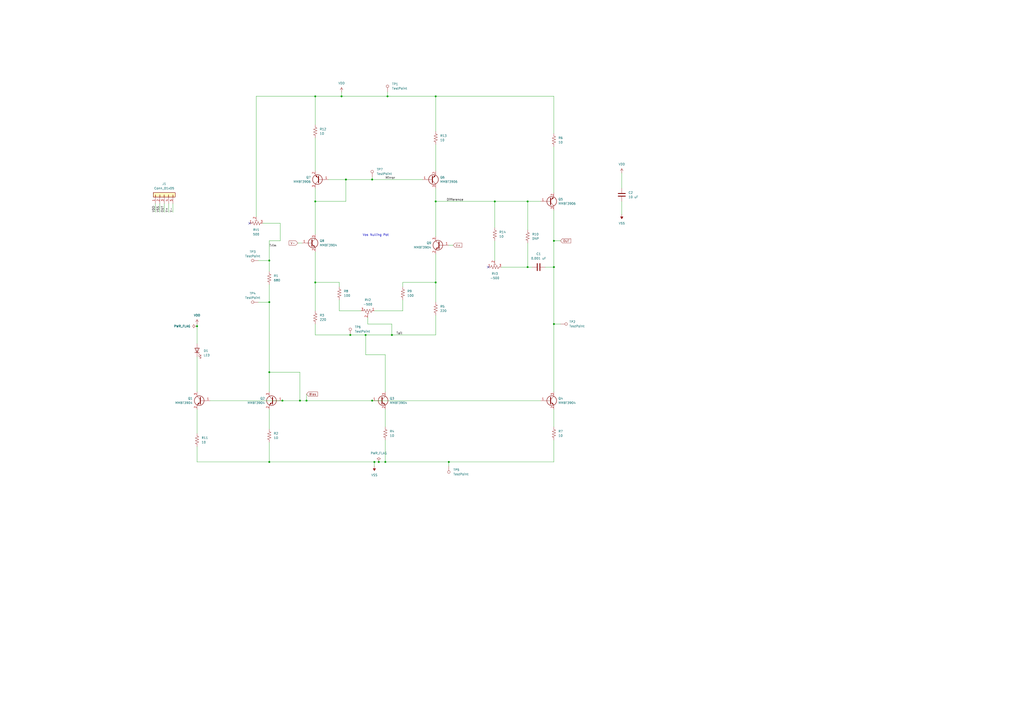
<source format=kicad_sch>
(kicad_sch (version 20250114) (generator "eeschema") (generator_version "9.0")
  (paper "A2")
  (lib_symbols
    (symbol "Connector:TestPoint" (pin_numbers (hide yes)) (pin_names (offset 0.762) (hide yes))
      (property "Reference" "TP" (at 0 6.858 0))
      (property "Value" "TestPoint" (at 0 5.08 0))
      (symbol "TestPoint_0_1"
        (circle (center 0 3.302) (radius 0.762))
      )
      (symbol "TestPoint_1_1"
        (pin passive line (at 0 0 90) (length 2.54) (name "1") (number "1"))
      )
    )
    (symbol "Connector_Generic:Conn_01x05" (pin_names (offset 1.016) (hide yes))
      (property "Reference" "J" (at 0 7.62 0))
      (property "Value" "Conn_01x05" (at 0 -7.62 0))
      (symbol "Conn_01x05_1_1"
        (rectangle (start -1.27 6.35) (end 1.27 -6.35) (stroke (width 0.254)) (fill (type background)))
        (rectangle (start -1.27 5.207) (end 0 4.953) (stroke (width 0.1524)))
        (rectangle (start -1.27 2.667) (end 0 2.413) (stroke (width 0.1524)))
        (rectangle (start -1.27 0.127) (end 0 -0.127) (stroke (width 0.1524)))
        (rectangle (start -1.27 -2.413) (end 0 -2.667) (stroke (width 0.1524)))
        (rectangle (start -1.27 -4.953) (end 0 -5.207) (stroke (width 0.1524)))
        (pin passive line (at -5.08 5.08 0) (length 3.81) (name "Pin_1") (number "1"))
        (pin passive line (at -5.08 2.54 0) (length 3.81) (name "Pin_2") (number "2"))
        (pin passive line (at -5.08 0 0) (length 3.81) (name "Pin_3") (number "3"))
        (pin passive line (at -5.08 -2.54 0) (length 3.81) (name "Pin_4") (number "4"))
        (pin passive line (at -5.08 -5.08 0) (length 3.81) (name "Pin_5") (number "5"))
      )
    )
    (symbol "Device:C" (pin_numbers (hide yes)) (pin_names (offset 0.254))
      (property "Reference" "C" (at 0.635 2.54 0))
      (property "Value" "C" (at 0.635 -2.54 0))
      (symbol "C_0_1"
        (polyline (pts (xy -2.032 0.762) (xy 2.032 0.762)) (stroke (width 0.508)))
        (polyline (pts (xy -2.032 -0.762) (xy 2.032 -0.762)) (stroke (width 0.508)))
      )
      (symbol "C_1_1"
        (pin passive line (at 0 3.81 270) (length 2.794) (name "~") (number "1"))
        (pin passive line (at 0 -3.81 90) (length 2.794) (name "~") (number "2"))
      )
    )
    (symbol "Device:LED" (pin_numbers (hide yes)) (pin_names (offset 1.016) (hide yes))
      (property "Reference" "D" (at 0 2.54 0))
      (property "Value" "LED" (at 0 -2.54 0))
      (symbol "LED_0_1"
        (polyline (pts (xy -3.048 -0.762) (xy -4.572 -2.286) (xy -3.81 -2.286) (xy -4.572 -2.286) (xy -4.572 -1.524)))
        (polyline (pts (xy -1.778 -0.762) (xy -3.302 -2.286) (xy -2.54 -2.286) (xy -3.302 -2.286) (xy -3.302 -1.524)))
        (polyline (pts (xy -1.27 0) (xy 1.27 0)))
        (polyline (pts (xy -1.27 -1.27) (xy -1.27 1.27)) (stroke (width 0.254)))
        (polyline (pts (xy 1.27 -1.27) (xy 1.27 1.27) (xy -1.27 0) (xy 1.27 -1.27)) (stroke (width 0.254)))
      )
      (symbol "LED_1_1"
        (pin passive line (at -3.81 0 0) (length 2.54) (name "K") (number "1"))
        (pin passive line (at 3.81 0 180) (length 2.54) (name "A") (number "2"))
      )
    )
    (symbol "Device:R_Potentiometer_Trim_US" (pin_names (offset 1.016) (hide yes))
      (property "Reference" "RV" (at -4.445 0 90))
      (property "Value" "R_Potentiometer_Trim_US" (at -2.54 0 90))
      (symbol "R_Potentiometer_Trim_US_0_1"
        (polyline (pts (xy 0 2.286) (xy 0 2.54)))
        (polyline (pts (xy 0 2.286) (xy 1.016 1.905) (xy 0 1.524) (xy -1.016 1.143) (xy 0 0.762)))
        (polyline (pts (xy 0 0.762) (xy 1.016 0.381) (xy 0 0) (xy -1.016 -0.381) (xy 0 -0.762)))
        (polyline (pts (xy 0 -0.762) (xy 1.016 -1.143) (xy 0 -1.524) (xy -1.016 -1.905) (xy 0 -2.286)))
        (polyline (pts (xy 0 -2.286) (xy 0 -2.54)))
        (polyline (pts (xy 1.524 0.762) (xy 1.524 -0.762)))
        (polyline (pts (xy 2.54 0) (xy 1.524 0)))
      )
      (symbol "R_Potentiometer_Trim_US_1_1"
        (pin passive line (at 0 3.81 270) (length 1.27) (name "1") (number "1"))
        (pin passive line (at 0 -3.81 90) (length 1.27) (name "3") (number "3"))
        (pin passive line (at 3.81 0 180) (length 1.27) (name "2") (number "2"))
      )
    )
    (symbol "Device:R_US" (pin_numbers (hide yes)) (pin_names (offset 0))
      (property "Reference" "R" (at 2.54 0 90))
      (property "Value" "R_US" (at -2.54 0 90))
      (symbol "R_US_0_1"
        (polyline (pts (xy 0 2.286) (xy 0 2.54)))
        (polyline (pts (xy 0 2.286) (xy 1.016 1.905) (xy 0 1.524) (xy -1.016 1.143) (xy 0 0.762)))
        (polyline (pts (xy 0 0.762) (xy 1.016 0.381) (xy 0 0) (xy -1.016 -0.381) (xy 0 -0.762)))
        (polyline (pts (xy 0 -0.762) (xy 1.016 -1.143) (xy 0 -1.524) (xy -1.016 -1.905) (xy 0 -2.286)))
        (polyline (pts (xy 0 -2.286) (xy 0 -2.54)))
      )
      (symbol "R_US_1_1"
        (pin passive line (at 0 3.81 270) (length 1.27) (name "~") (number "1"))
        (pin passive line (at 0 -3.81 90) (length 1.27) (name "~") (number "2"))
      )
    )
    (symbol "Transistor_BJT:MMBT3904" (pin_names (offset 0) (hide yes))
      (property "Reference" "Q" (at 5.08 1.905 0))
      (property "Value" "MMBT3904" (at 5.08 0 0))
      (symbol "MMBT3904_0_1"
        (polyline (pts (xy -2.54 0) (xy 0.635 0)))
        (polyline (pts (xy 0.635 1.905) (xy 0.635 -1.905)) (stroke (width 0.508)))
        (circle (center 1.27 0) (radius 2.8194) (stroke (width 0.254)))
      )
      (symbol "MMBT3904_1_1"
        (polyline (pts (xy 0.635 0.635) (xy 2.54 2.54)))
        (polyline (pts (xy 0.635 -0.635) (xy 2.54 -2.54)))
        (polyline (pts (xy 1.27 -1.778) (xy 1.778 -1.27) (xy 2.286 -2.286) (xy 1.27 -1.778)) (fill (type outline)))
        (pin input line (at -5.08 0 0) (length 2.54) (name "B") (number "1"))
        (pin passive line (at 2.54 5.08 270) (length 2.54) (name "C") (number "3"))
        (pin passive line (at 2.54 -5.08 90) (length 2.54) (name "E") (number "2"))
      )
    )
    (symbol "Transistor_BJT:MMBT3906" (pin_names (offset 0) (hide yes))
      (property "Reference" "Q" (at 5.08 1.905 0))
      (property "Value" "MMBT3906" (at 5.08 0 0))
      (symbol "MMBT3906_0_1"
        (polyline (pts (xy -2.54 0) (xy 0.635 0)))
        (polyline (pts (xy 0.635 1.905) (xy 0.635 -1.905)) (stroke (width 0.508)))
        (polyline (pts (xy 0.635 0.635) (xy 2.54 2.54)))
        (polyline (pts (xy 0.635 -0.635) (xy 2.54 -2.54)))
        (circle (center 1.27 0) (radius 2.8194) (stroke (width 0.254)))
        (polyline (pts (xy 2.286 -1.778) (xy 1.778 -2.286) (xy 1.27 -1.27) (xy 2.286 -1.778)) (fill (type outline)))
      )
      (symbol "MMBT3906_1_1"
        (pin input line (at -5.08 0 0) (length 2.54) (name "B") (number "1"))
        (pin passive line (at 2.54 5.08 270) (length 2.54) (name "C") (number "3"))
        (pin passive line (at 2.54 -5.08 90) (length 2.54) (name "E") (number "2"))
      )
    )
    (symbol "power:PWR_FLAG" (power) (pin_numbers (hide yes)) (pin_names (offset 0) (hide yes))
      (property "Value" "PWR_FLAG" (at 0 3.81 0))
      (symbol "PWR_FLAG_0_0"
        (pin power_out line (at 0 0 90) (length 0) (name "~") (number "1"))
      )
      (symbol "PWR_FLAG_0_1"
        (polyline (pts (xy 0 0) (xy 0 1.27) (xy -1.016 1.905) (xy 0 2.54) (xy 1.016 1.905) (xy 0 1.27)))
      )
    )
    (symbol "power:VDD" (power) (pin_numbers (hide yes)) (pin_names (offset 0) (hide yes))
      (property "Value" "VDD" (at 0 3.556 0))
      (symbol "VDD_0_1"
        (polyline (pts (xy -0.762 1.27) (xy 0 2.54)))
        (polyline (pts (xy 0 2.54) (xy 0.762 1.27)))
        (polyline (pts (xy 0 0) (xy 0 2.54)))
      )
      (symbol "VDD_1_1"
        (pin power_in line (at 0 0 90) (length 0) (name "~") (number "1"))
      )
    )
    (symbol "power:VSS" (power) (pin_numbers (hide yes)) (pin_names (offset 0) (hide yes))
      (property "Value" "VSS" (at 0 3.556 0))
      (symbol "VSS_0_1"
        (polyline (pts (xy 0 0) (xy 0 2.54)))
        (polyline (pts (xy 0.762 1.27) (xy -0.762 1.27) (xy 0 2.54) (xy 0.762 1.27)) (fill (type outline)))
      )
      (symbol "VSS_1_1"
        (pin power_in line (at 0 0 90) (length 0) (name "~") (number "1"))
      )
    )
  )
  (text "Vos Nulling Pot" (at 217.932 136.398 0) (effects (font (size 1.27 1.27))))
  (junction (at 227.33 194.31))
  (junction (at 156.21 151.13))
  (junction (at 182.88 163.83))
  (junction (at 156.21 215.9))
  (junction (at 252.73 116.84))
  (junction (at 252.73 163.83))
  (junction (at 321.31 139.7))
  (junction (at 212.09 194.31))
  (junction (at 321.31 187.96))
  (junction (at 177.8 232.41))
  (junction (at 156.21 267.97))
  (junction (at 203.2 194.31))
  (junction (at 198.12 55.88))
  (junction (at 321.31 154.94))
  (junction (at 306.07 154.94))
  (junction (at 182.88 116.84))
  (junction (at 182.88 55.88))
  (junction (at 163.83 232.41))
  (junction (at 306.07 116.84))
  (junction (at 287.02 116.84))
  (junction (at 260.35 267.97))
  (junction (at 215.9 104.14))
  (junction (at 217.17 267.97))
  (junction (at 200.66 104.14))
  (junction (at 224.79 55.88))
  (junction (at 156.21 175.26))
  (junction (at 173.99 232.41))
  (junction (at 252.73 55.88))
  (junction (at 114.3 189.23))
  (junction (at 223.52 267.97))
  (junction (at 215.9 232.41))
  (junction (at 219.71 267.97))
  (no_connect (at 144.78 129.54))
  (no_connect (at 283.21 154.94))
  (wire (pts (xy 223.52 267.97) (xy 260.35 267.97)))
  (wire (pts (xy 233.68 163.83) (xy 252.73 163.83)))
  (wire (pts (xy 215.9 104.14) (xy 245.11 104.14)))
  (wire (pts (xy 162.56 129.54) (xy 162.56 139.7)))
  (wire (pts (xy 223.52 237.49) (xy 223.52 247.65)))
  (wire (pts (xy 182.88 80.01) (xy 182.88 99.06)))
  (wire (pts (xy 321.31 267.97) (xy 321.31 255.27)))
  (wire (pts (xy 360.68 100.33) (xy 360.68 109.22)))
  (wire (pts (xy 321.31 139.7) (xy 321.31 154.94)))
  (wire (pts (xy 92.71 118.11) (xy 92.71 123.19)))
  (wire (pts (xy 260.35 267.97) (xy 321.31 267.97)))
  (wire (pts (xy 182.88 187.96) (xy 182.88 194.31)))
  (wire (pts (xy 219.71 267.97) (xy 223.52 267.97)))
  (wire (pts (xy 306.07 116.84) (xy 306.07 133.35)))
  (wire (pts (xy 252.73 83.82) (xy 252.73 99.06)))
  (wire (pts (xy 97.79 118.11) (xy 97.79 123.19)))
  (wire (pts (xy 252.73 147.32) (xy 252.73 163.83)))
  (wire (pts (xy 306.07 140.97) (xy 306.07 154.94)))
  (wire (pts (xy 223.52 205.74) (xy 212.09 205.74)))
  (wire (pts (xy 321.31 85.09) (xy 321.31 111.76)))
  (wire (pts (xy 212.09 205.74) (xy 212.09 194.31)))
  (wire (pts (xy 215.9 102.87) (xy 215.9 104.14)))
  (wire (pts (xy 321.31 187.96) (xy 321.31 227.33)))
  (wire (pts (xy 156.21 151.13) (xy 156.21 157.48)))
  (wire (pts (xy 217.17 180.34) (xy 233.68 180.34)))
  (wire (pts (xy 321.31 77.47) (xy 321.31 55.88)))
  (wire (pts (xy 252.73 116.84) (xy 287.02 116.84)))
  (wire (pts (xy 100.33 118.11) (xy 100.33 123.19)))
  (wire (pts (xy 121.92 232.41) (xy 163.83 232.41)))
  (wire (pts (xy 162.56 139.7) (xy 156.21 139.7)))
  (wire (pts (xy 196.85 180.34) (xy 209.55 180.34)))
  (wire (pts (xy 227.33 194.31) (xy 252.73 194.31)))
  (wire (pts (xy 172.72 140.97) (xy 175.26 140.97)))
  (wire (pts (xy 156.21 267.97) (xy 156.21 256.54)))
  (wire (pts (xy 156.21 175.26) (xy 156.21 215.9)))
  (wire (pts (xy 325.12 139.7) (xy 321.31 139.7)))
  (wire (pts (xy 200.66 104.14) (xy 215.9 104.14)))
  (wire (pts (xy 182.88 116.84) (xy 200.66 116.84)))
  (wire (pts (xy 173.99 232.41) (xy 177.8 232.41)))
  (wire (pts (xy 163.83 232.41) (xy 173.99 232.41)))
  (wire (pts (xy 114.3 237.49) (xy 114.3 251.46)))
  (wire (pts (xy 321.31 237.49) (xy 321.31 247.65)))
  (wire (pts (xy 196.85 173.99) (xy 196.85 180.34)))
  (wire (pts (xy 182.88 109.22) (xy 182.88 116.84)))
  (wire (pts (xy 149.86 175.26) (xy 156.21 175.26)))
  (wire (pts (xy 148.59 125.73) (xy 148.59 55.88)))
  (wire (pts (xy 196.85 163.83) (xy 182.88 163.83)))
  (wire (pts (xy 182.88 116.84) (xy 182.88 135.89)))
  (wire (pts (xy 182.88 146.05) (xy 182.88 163.83)))
  (wire (pts (xy 203.2 194.31) (xy 212.09 194.31)))
  (wire (pts (xy 114.3 267.97) (xy 156.21 267.97)))
  (wire (pts (xy 156.21 139.7) (xy 156.21 151.13)))
  (wire (pts (xy 321.31 154.94) (xy 316.23 154.94)))
  (wire (pts (xy 177.8 232.41) (xy 215.9 232.41)))
  (wire (pts (xy 224.79 55.88) (xy 252.73 55.88)))
  (wire (pts (xy 223.52 227.33) (xy 223.52 205.74)))
  (wire (pts (xy 182.88 194.31) (xy 203.2 194.31)))
  (wire (pts (xy 152.4 129.54) (xy 162.56 129.54)))
  (wire (pts (xy 233.68 180.34) (xy 233.68 173.99)))
  (wire (pts (xy 182.88 55.88) (xy 182.88 72.39)))
  (wire (pts (xy 213.36 184.15) (xy 213.36 187.96)))
  (wire (pts (xy 156.21 267.97) (xy 217.17 267.97)))
  (wire (pts (xy 212.09 194.31) (xy 227.33 194.31)))
  (wire (pts (xy 95.25 118.11) (xy 95.25 123.19)))
  (wire (pts (xy 321.31 154.94) (xy 321.31 187.96)))
  (wire (pts (xy 360.68 116.84) (xy 360.68 124.46)))
  (wire (pts (xy 213.36 187.96) (xy 227.33 187.96)))
  (wire (pts (xy 156.21 215.9) (xy 173.99 215.9)))
  (wire (pts (xy 198.12 55.88) (xy 224.79 55.88)))
  (wire (pts (xy 252.73 163.83) (xy 252.73 175.26)))
  (wire (pts (xy 190.5 104.14) (xy 200.66 104.14)))
  (wire (pts (xy 114.3 187.96) (xy 114.3 189.23)))
  (wire (pts (xy 287.02 139.7) (xy 287.02 151.13)))
  (wire (pts (xy 233.68 166.37) (xy 233.68 163.83)))
  (wire (pts (xy 252.73 55.88) (xy 252.73 76.2)))
  (wire (pts (xy 200.66 116.84) (xy 200.66 104.14)))
  (wire (pts (xy 215.9 232.41) (xy 313.69 232.41)))
  (wire (pts (xy 262.89 142.24) (xy 260.35 142.24)))
  (wire (pts (xy 224.79 53.34) (xy 224.79 55.88)))
  (wire (pts (xy 114.3 259.08) (xy 114.3 267.97)))
  (wire (pts (xy 306.07 116.84) (xy 313.69 116.84)))
  (wire (pts (xy 156.21 215.9) (xy 156.21 227.33)))
  (wire (pts (xy 260.35 267.97) (xy 260.35 270.51)))
  (wire (pts (xy 287.02 116.84) (xy 287.02 132.08)))
  (wire (pts (xy 148.59 55.88) (xy 182.88 55.88)))
  (wire (pts (xy 217.17 267.97) (xy 219.71 267.97)))
  (wire (pts (xy 287.02 116.84) (xy 306.07 116.84)))
  (wire (pts (xy 182.88 163.83) (xy 182.88 180.34)))
  (wire (pts (xy 182.88 55.88) (xy 198.12 55.88)))
  (wire (pts (xy 252.73 55.88) (xy 321.31 55.88)))
  (wire (pts (xy 252.73 116.84) (xy 252.73 137.16)))
  (wire (pts (xy 149.86 151.13) (xy 156.21 151.13)))
  (wire (pts (xy 223.52 267.97) (xy 223.52 255.27)))
  (wire (pts (xy 290.83 154.94) (xy 306.07 154.94)))
  (wire (pts (xy 227.33 187.96) (xy 227.33 194.31)))
  (wire (pts (xy 325.12 187.96) (xy 321.31 187.96)))
  (wire (pts (xy 196.85 166.37) (xy 196.85 163.83)))
  (wire (pts (xy 252.73 194.31) (xy 252.73 182.88)))
  (wire (pts (xy 252.73 109.22) (xy 252.73 116.84)))
  (wire (pts (xy 321.31 121.92) (xy 321.31 139.7)))
  (wire (pts (xy 217.17 267.97) (xy 217.17 270.51)))
  (wire (pts (xy 173.99 215.9) (xy 173.99 232.41)))
  (wire (pts (xy 177.8 228.6) (xy 177.8 232.41)))
  (wire (pts (xy 198.12 53.34) (xy 198.12 55.88)))
  (wire (pts (xy 114.3 189.23) (xy 114.3 199.39)))
  (wire (pts (xy 306.07 154.94) (xy 308.61 154.94)))
  (wire (pts (xy 156.21 237.49) (xy 156.21 248.92)))
  (wire (pts (xy 156.21 165.1) (xy 156.21 175.26)))
  (wire (pts (xy 114.3 207.01) (xy 114.3 227.33)))
  (wire (pts (xy 90.17 118.11) (xy 90.17 123.19)))
  (label "Tail" (at 229.87 194.31 0))
  (label "VSS" (at 92.71 123.19 90))
  (label "OUT" (at 95.25 123.19 90))
  (label "V-" (at 100.33 123.19 90))
  (label "Mirror" (at 223.52 104.14 0))
  (label "Difference" (at 259.08 116.84 0))
  (label "Trim" (at 156.21 143.51 0))
  (label "V+" (at 97.79 123.19 90))
  (label "VDD" (at 90.17 123.19 90))
  (global_label "Bias" (shape input) (at 177.8 228.6 0) (property "Intersheetrefs" "${INTERSHEET_REFS}" (effects (hide yes))))
  (global_label "V+" (shape input) (at 262.89 142.24 0) (property "Intersheetrefs" "${INTERSHEET_REFS}" (effects (hide yes))))
  (global_label "V-" (shape input) (at 172.72 140.97 180) (property "Intersheetrefs" "${INTERSHEET_REFS}" (effects (hide yes))))
  (global_label "OUT" (shape input) (at 325.12 139.7 0) (property "Intersheetrefs" "${INTERSHEET_REFS}" (effects (hide yes))))
  (symbol (lib_id "Device:R_US") (at 321.31 81.28 0) (unit 1)
    (property "Reference" "R6" (at 323.85 80.0099 0) (effects (justify left)))
    (property "Value" "10" (at 323.85 82.5499 0) (effects (justify left)))
    (property "Footprint" "Resistor_SMD:R_0603_1608Metric_Pad0.98x0.95mm_HandSolder" (effects (hide yes)))
    (property "Description" "Resistor, US symbol" (effects (hide yes)))
  )
  (symbol (lib_id "Device:R_Potentiometer_Trim_US") (at 148.59 129.54 90) (unit 1)
    (property "Reference" "RV1" (at 148.59 133.35 90))
    (property "Value" "500" (at 148.59 135.89 90))
    (property "Footprint" "Footprints AAMU Capstone:TRIM_3306F-1-253" (effects (hide yes)))
    (property "Description" "Trim-potentiometer, US symbol" (effects (hide yes)))
    (property "Sim.Library" "/Users/nemo/Desktop/Capstone Project 2025-2026/BJT Board with SOT Transistors /2-stage-bjt.txt" (effects (hide yes)))
    (property "Sim.Name" "potentiometer" (effects (hide yes)))
    (property "Sim.Device" "SUBCKT" (effects (hide yes)))
    (property "Sim.Pins" "1=1 2=2 3=3" (effects (hide yes)))
  )
  (symbol (lib_id "Device:R_US") (at 252.73 80.01 0) (unit 1)
    (property "Reference" "R13" (at 255.27 78.7399 0) (effects (justify left)))
    (property "Value" "10" (at 255.27 81.2799 0) (effects (justify left)))
    (property "Footprint" "Resistor_SMD:R_0603_1608Metric_Pad0.98x0.95mm_HandSolder" (effects (hide yes)))
    (property "Description" "Resistor, US symbol" (effects (hide yes)))
  )
  (symbol (lib_id "Connector:TestPoint") (at 325.12 187.96 270) (unit 1) (exclude_from_sim yes)
    (property "Reference" "TP2" (at 330.2 186.6899 90) (effects (justify left)))
    (property "Value" "TestPoint" (at 330.2 189.2299 90) (effects (justify left)))
    (property "Footprint" "TestPoint:TestPoint_Pad_D2.5mm" (effects (hide yes)))
    (property "Description" "test point" (effects (hide yes)))
  )
  (symbol (lib_id "Device:R_US") (at 156.21 252.73 0) (unit 1)
    (property "Reference" "R2" (at 158.75 251.4599 0) (effects (justify left)))
    (property "Value" "10" (at 158.75 253.9999 0) (effects (justify left)))
    (property "Footprint" "Resistor_SMD:R_0603_1608Metric_Pad0.98x0.95mm_HandSolder" (effects (hide yes)))
    (property "Description" "Resistor, US symbol" (effects (hide yes)))
  )
  (symbol (lib_id "Connector_Generic:Conn_01x05") (at 95.25 113.03 90) (unit 1) (exclude_from_sim yes)
    (property "Reference" "J1" (at 95.25 106.68 90))
    (property "Value" "Conn_01x05" (at 95.25 109.22 90))
    (property "Footprint" "Connector_PinHeader_2.54mm:PinHeader_1x05_P2.54mm_Horizontal" (effects (hide yes)))
    (property "Description" "Generic connector, single row, 01x05, script generated (kicad-library-utils/schlib/autogen/connector/)" (effects (hide yes)))
  )
  (symbol (lib_id "Device:R_US") (at 321.31 251.46 0) (unit 1)
    (property "Reference" "R7" (at 323.85 250.1899 0) (effects (justify left)))
    (property "Value" "10" (at 323.85 252.7299 0) (effects (justify left)))
    (property "Footprint" "Resistor_SMD:R_0603_1608Metric_Pad0.98x0.95mm_HandSolder" (effects (hide yes)))
    (property "Description" "Resistor, US symbol" (effects (hide yes)))
  )
  (symbol (lib_id "Connector:TestPoint") (at 149.86 151.13 90) (unit 1) (exclude_from_sim yes)
    (property "Reference" "TP3" (at 146.558 146.05 90))
    (property "Value" "TestPoint" (at 146.558 148.59 90))
    (property "Footprint" "TestPoint:TestPoint_Pad_D2.5mm" (effects (hide yes)))
    (property "Description" "test point" (effects (hide yes)))
  )
  (symbol (lib_id "Transistor_BJT:MMBT3904") (at 158.75 232.41 0) (mirror y) (unit 1)
    (property "Reference" "Q2" (at 153.67 231.1399 0) (effects (justify left)))
    (property "Value" "MMBT3904" (at 153.67 233.6799 0) (effects (justify left)))
    (property "Footprint" "Package_TO_SOT_SMD:SOT-23" (effects (hide yes)))
    (property "Datasheet" "https://www.onsemi.com/pdf/datasheet/pzt3904-d.pdf" (effects (hide yes)))
    (property "Description" "0.2A Ic, 40V Vce, Small Signal NPN Transistor, SOT-23" (effects (hide yes)))
    (property "Sim.Library" "/Users/nemo/Desktop/Capstone Project 2025-2026/BJT Board with SOT Transistors /2-stage-bjt.txt" (effects (hide yes)))
    (property "Sim.Name" "DI_MMBT3904" (effects (hide yes)))
    (property "Sim.Device" "NPN" (effects (hide yes)))
    (property "Sim.Type" "GUMMELPOON" (effects (hide yes)))
    (property "Sim.Pins" "1=B 2=E 3=C" (effects (hide yes)))
  )
  (symbol (lib_id "Transistor_BJT:MMBT3906") (at 250.19 104.14 0) (mirror x) (unit 1)
    (property "Reference" "Q6" (at 255.27 102.8699 0) (effects (justify left)))
    (property "Value" "MMBT3906" (at 255.27 105.4099 0) (effects (justify left)))
    (property "Footprint" "Package_TO_SOT_SMD:SOT-23" (effects (hide yes)))
    (property "Datasheet" "https://www.onsemi.com/pdf/datasheet/pzt3906-d.pdf" (effects (hide yes)))
    (property "Description" "-0.2A Ic, -40V Vce, Small Signal PNP Transistor, SOT-23" (effects (hide yes)))
    (property "Sim.Library" "/Users/nemo/Desktop/Capstone Project 2025-2026/BJT Board with SOT Transistors /2-stage-bjt.txt" (effects (hide yes)))
    (property "Sim.Name" "DI_MMBT3906" (effects (hide yes)))
    (property "Sim.Device" "PNP" (effects (hide yes)))
    (property "Sim.Type" "GUMMELPOON" (effects (hide yes)))
    (property "Sim.Pins" "1=B 2=E 3=C" (effects (hide yes)))
  )
  (symbol (lib_id "power:VDD") (at 360.68 100.33 0) (unit 1)
    (property "Reference" "#PWR04" (effects (hide yes)))
    (property "Value" "VDD" (at 360.68 95.25 0))
    (property "Description" "Power symbol creates a global label with name \"VDD\"" (effects (hide yes)))
  )
  (symbol (lib_id "Transistor_BJT:MMBT3906") (at 185.42 104.14 180) (unit 1)
    (property "Reference" "Q7" (at 180.34 102.8699 0) (effects (justify left)))
    (property "Value" "MMBT3906" (at 180.34 105.4099 0) (effects (justify left)))
    (property "Footprint" "Package_TO_SOT_SMD:SOT-23" (effects (hide yes)))
    (property "Datasheet" "https://www.onsemi.com/pdf/datasheet/pzt3906-d.pdf" (effects (hide yes)))
    (property "Description" "-0.2A Ic, -40V Vce, Small Signal PNP Transistor, SOT-23" (effects (hide yes)))
    (property "Sim.Library" "/Users/nemo/Desktop/Capstone Project 2025-2026/BJT Board with SOT Transistors /2-stage-bjt.txt" (effects (hide yes)))
    (property "Sim.Name" "DI_MMBT3906" (effects (hide yes)))
    (property "Sim.Device" "PNP" (effects (hide yes)))
    (property "Sim.Type" "GUMMELPOON" (effects (hide yes)))
    (property "Sim.Pins" "1=B 2=E 3=C" (effects (hide yes)))
  )
  (symbol (lib_id "Device:R_US") (at 182.88 76.2 0) (unit 1)
    (property "Reference" "R12" (at 185.42 74.9299 0) (effects (justify left)))
    (property "Value" "10" (at 185.42 77.4699 0) (effects (justify left)))
    (property "Footprint" "Resistor_SMD:R_0603_1608Metric_Pad0.98x0.95mm_HandSolder" (effects (hide yes)))
    (property "Description" "Resistor, US symbol" (effects (hide yes)))
  )
  (symbol (lib_id "Device:C") (at 360.68 113.03 0) (unit 1)
    (property "Reference" "C2" (at 364.49 111.7599 0) (effects (justify left)))
    (property "Value" "10 uF" (at 364.49 114.2999 0) (effects (justify left)))
    (property "Footprint" "Capacitor_SMD:C_0603_1608Metric_Pad1.08x0.95mm_HandSolder" (effects (hide yes)))
    (property "Description" "Unpolarized capacitor" (effects (hide yes)))
  )
  (symbol (lib_id "Transistor_BJT:MMBT3904") (at 255.27 142.24 0) (mirror y) (unit 1)
    (property "Reference" "Q9" (at 250.19 140.9699 0) (effects (justify left)))
    (property "Value" "MMBT3904" (at 250.19 143.5099 0) (effects (justify left)))
    (property "Footprint" "Package_TO_SOT_SMD:SOT-23" (effects (hide yes)))
    (property "Datasheet" "https://www.onsemi.com/pdf/datasheet/pzt3904-d.pdf" (effects (hide yes)))
    (property "Description" "0.2A Ic, 40V Vce, Small Signal NPN Transistor, SOT-23" (effects (hide yes)))
    (property "Sim.Library" "/Users/nemo/Desktop/Capstone Project 2025-2026/BJT Board with SOT Transistors /2-stage-bjt.txt" (effects (hide yes)))
    (property "Sim.Name" "DI_MMBT3904" (effects (hide yes)))
    (property "Sim.Device" "NPN" (effects (hide yes)))
    (property "Sim.Type" "GUMMELPOON" (effects (hide yes)))
    (property "Sim.Pins" "1=B 2=E 3=C" (effects (hide yes)))
  )
  (symbol (lib_id "Connector:TestPoint") (at 203.2 194.31 0) (unit 1) (exclude_from_sim yes)
    (property "Reference" "TP6" (at 205.74 189.7379 0) (effects (justify left)))
    (property "Value" "TestPoint" (at 205.74 192.2779 0) (effects (justify left)))
    (property "Footprint" "TestPoint:TestPoint_Pad_D2.5mm" (effects (hide yes)))
    (property "Description" "test point" (effects (hide yes)))
  )
  (symbol (lib_id "power:VDD") (at 114.3 187.96 0) (unit 1)
    (property "Reference" "#PWR01" (effects (hide yes)))
    (property "Value" "VDD" (at 114.3 182.88 0))
    (property "Description" "Power symbol creates a global label with name \"VDD\"" (effects (hide yes)))
  )
  (symbol (lib_id "power:VDD") (at 198.12 53.34 0) (unit 1)
    (property "Reference" "#PWR03" (effects (hide yes)))
    (property "Value" "VDD" (at 198.12 48.26 0))
    (property "Description" "Power symbol creates a global label with name \"VDD\"" (effects (hide yes)))
  )
  (symbol (lib_id "Connector:TestPoint") (at 215.9 102.87 0) (unit 1) (exclude_from_sim yes)
    (property "Reference" "TP7" (at 218.44 98.2979 0) (effects (justify left)))
    (property "Value" "TestPoint" (at 218.44 100.8379 0) (effects (justify left)))
    (property "Footprint" "TestPoint:TestPoint_Pad_D2.5mm" (effects (hide yes)))
    (property "Description" "test point" (effects (hide yes)))
  )
  (symbol (lib_id "power:PWR_FLAG") (at 219.71 267.97 0) (unit 1)
    (property "Reference" "#FLG02" (effects (hide yes)))
    (property "Value" "PWR_FLAG" (at 219.71 262.89 0))
    (property "Description" "Special symbol for telling ERC where power comes from" (effects (hide yes)))
  )
  (symbol (lib_id "Transistor_BJT:MMBT3904") (at 116.84 232.41 0) (mirror y) (unit 1)
    (property "Reference" "Q1" (at 111.76 231.1399 0) (effects (justify left)))
    (property "Value" "MMBT3904" (at 111.76 233.6799 0) (effects (justify left)))
    (property "Footprint" "Package_TO_SOT_SMD:SOT-23" (effects (hide yes)))
    (property "Datasheet" "https://www.onsemi.com/pdf/datasheet/pzt3904-d.pdf" (effects (hide yes)))
    (property "Description" "0.2A Ic, 40V Vce, Small Signal NPN Transistor, SOT-23" (effects (hide yes)))
    (property "Sim.Library" "/Users/nemo/Desktop/Capstone Project 2025-2026/BJT Board with SOT Transistors /2-stage-bjt.txt" (effects (hide yes)))
    (property "Sim.Name" "DI_MMBT3904" (effects (hide yes)))
    (property "Sim.Device" "NPN" (effects (hide yes)))
    (property "Sim.Type" "GUMMELPOON" (effects (hide yes)))
    (property "Sim.Pins" "1=B 2=E 3=C" (effects (hide yes)))
  )
  (symbol (lib_id "Device:R_US") (at 114.3 255.27 0) (unit 1)
    (property "Reference" "R11" (at 116.84 253.9999 0) (effects (justify left)))
    (property "Value" "10" (at 116.84 256.5399 0) (effects (justify left)))
    (property "Footprint" "Resistor_SMD:R_0603_1608Metric_Pad0.98x0.95mm_HandSolder" (effects (hide yes)))
    (property "Description" "Resistor, US symbol" (effects (hide yes)))
  )
  (symbol (lib_id "Connector:TestPoint") (at 149.86 175.26 90) (unit 1) (exclude_from_sim yes)
    (property "Reference" "TP4" (at 146.558 170.18 90))
    (property "Value" "TestPoint" (at 146.558 172.72 90))
    (property "Footprint" "TestPoint:TestPoint_Pad_D2.5mm" (effects (hide yes)))
    (property "Description" "test point" (effects (hide yes)))
  )
  (symbol (lib_id "Transistor_BJT:MMBT3904") (at 220.98 232.41 0) (unit 1)
    (property "Reference" "Q3" (at 226.06 231.1399 0) (effects (justify left)))
    (property "Value" "MMBT3904" (at 226.06 233.6799 0) (effects (justify left)))
    (property "Footprint" "Package_TO_SOT_SMD:SOT-23" (effects (hide yes)))
    (property "Datasheet" "https://www.onsemi.com/pdf/datasheet/pzt3904-d.pdf" (effects (hide yes)))
    (property "Description" "0.2A Ic, 40V Vce, Small Signal NPN Transistor, SOT-23" (effects (hide yes)))
    (property "Sim.Library" "/Users/nemo/Desktop/Capstone Project 2025-2026/BJT Board with SOT Transistors /2-stage-bjt.txt" (effects (hide yes)))
    (property "Sim.Name" "DI_MMBT3904" (effects (hide yes)))
    (property "Sim.Device" "NPN" (effects (hide yes)))
    (property "Sim.Type" "GUMMELPOON" (effects (hide yes)))
    (property "Sim.Pins" "1=B 2=E 3=C" (effects (hide yes)))
  )
  (symbol (lib_id "Connector:TestPoint") (at 260.35 270.51 180) (unit 1) (exclude_from_sim yes)
    (property "Reference" "TP5" (at 262.89 272.5419 0) (effects (justify right)))
    (property "Value" "TestPoint" (at 262.89 275.0819 0) (effects (justify right)))
    (property "Footprint" "TestPoint:TestPoint_Pad_D2.5mm" (effects (hide yes)))
    (property "Description" "test point" (effects (hide yes)))
  )
  (symbol (lib_id "Device:R_Potentiometer_Trim_US") (at 287.02 154.94 90) (unit 1)
    (property "Reference" "RV3" (at 287.02 158.75 90))
    (property "Value" "-500" (at 287.02 161.29 90))
    (property "Footprint" "Footprints AAMU Capstone:TRIM_3306F-1-253" (effects (hide yes)))
    (property "Description" "Trim-potentiometer, US symbol" (effects (hide yes)))
    (property "Sim.Library" "/Users/nemo/Desktop/Capstone Project 2025-2026/BJT Board with SOT Transistors /2-stage-bjt.txt" (effects (hide yes)))
    (property "Sim.Name" "potentiometer" (effects (hide yes)))
    (property "Sim.Device" "SUBCKT" (effects (hide yes)))
    (property "Sim.Pins" "1=1 2=2 3=3" (effects (hide yes)))
  )
  (symbol (lib_id "Device:R_US") (at 306.07 137.16 0) (unit 1) (exclude_from_sim yes)
    (property "Reference" "R10" (at 308.61 135.8899 0) (effects (justify left)))
    (property "Value" "DNP" (at 308.61 138.4299 0) (effects (justify left)))
    (property "Footprint" "Resistor_SMD:R_0603_1608Metric_Pad0.98x0.95mm_HandSolder" (effects (hide yes)))
    (property "Description" "Resistor, US symbol" (effects (hide yes)))
  )
  (symbol (lib_id "Transistor_BJT:MMBT3904") (at 180.34 140.97 0) (unit 1)
    (property "Reference" "Q8" (at 185.42 139.6999 0) (effects (justify left)))
    (property "Value" "MMBT3904" (at 185.42 142.2399 0) (effects (justify left)))
    (property "Footprint" "Package_TO_SOT_SMD:SOT-23" (effects (hide yes)))
    (property "Datasheet" "https://www.onsemi.com/pdf/datasheet/pzt3904-d.pdf" (effects (hide yes)))
    (property "Description" "0.2A Ic, 40V Vce, Small Signal NPN Transistor, SOT-23" (effects (hide yes)))
    (property "Sim.Library" "/Users/nemo/Desktop/Capstone Project 2025-2026/BJT Board with SOT Transistors /2-stage-bjt.txt" (effects (hide yes)))
    (property "Sim.Name" "DI_MMBT3904" (effects (hide yes)))
    (property "Sim.Device" "NPN" (effects (hide yes)))
    (property "Sim.Type" "GUMMELPOON" (effects (hide yes)))
    (property "Sim.Pins" "1=B 2=E 3=C" (effects (hide yes)))
  )
  (symbol (lib_id "power:VSS") (at 217.17 270.51 180) (unit 1)
    (property "Reference" "#PWR02" (effects (hide yes)))
    (property "Value" "VSS" (at 217.17 275.59 0))
    (property "Description" "Power symbol creates a global label with name \"VSS\"" (effects (hide yes)))
  )
  (symbol (lib_id "Device:R_US") (at 223.52 251.46 0) (unit 1)
    (property "Reference" "R4" (at 226.06 250.1899 0) (effects (justify left)))
    (property "Value" "10" (at 226.06 252.7299 0) (effects (justify left)))
    (property "Footprint" "Resistor_SMD:R_0603_1608Metric_Pad0.98x0.95mm_HandSolder" (effects (hide yes)))
    (property "Description" "Resistor, US symbol" (effects (hide yes)))
  )
  (symbol (lib_id "Connector:TestPoint") (at 224.79 53.34 0) (unit 1) (exclude_from_sim yes)
    (property "Reference" "TP1" (at 227.33 48.7679 0) (effects (justify left)))
    (property "Value" "TestPoint" (at 227.33 51.3079 0) (effects (justify left)))
    (property "Footprint" "TestPoint:TestPoint_Pad_D2.5mm" (effects (hide yes)))
    (property "Description" "test point" (effects (hide yes)))
  )
  (symbol (lib_id "Device:R_US") (at 233.68 170.18 0) (unit 1)
    (property "Reference" "R9" (at 236.22 168.9099 0) (effects (justify left)))
    (property "Value" "100" (at 236.22 171.4499 0) (effects (justify left)))
    (property "Footprint" "Resistor_SMD:R_0603_1608Metric_Pad0.98x0.95mm_HandSolder" (effects (hide yes)))
    (property "Description" "Resistor, US symbol" (effects (hide yes)))
  )
  (symbol (lib_id "Transistor_BJT:MMBT3904") (at 318.77 232.41 0) (unit 1)
    (property "Reference" "Q4" (at 323.85 231.1399 0) (effects (justify left)))
    (property "Value" "MMBT3904" (at 323.85 233.6799 0) (effects (justify left)))
    (property "Footprint" "Package_TO_SOT_SMD:SOT-23" (effects (hide yes)))
    (property "Datasheet" "https://www.onsemi.com/pdf/datasheet/pzt3904-d.pdf" (effects (hide yes)))
    (property "Description" "0.2A Ic, 40V Vce, Small Signal NPN Transistor, SOT-23" (effects (hide yes)))
    (property "Sim.Library" "/Users/nemo/Desktop/Capstone Project 2025-2026/BJT Board with SOT Transistors /2-stage-bjt.txt" (effects (hide yes)))
    (property "Sim.Name" "DI_MMBT3904" (effects (hide yes)))
    (property "Sim.Device" "NPN" (effects (hide yes)))
    (property "Sim.Type" "GUMMELPOON" (effects (hide yes)))
    (property "Sim.Pins" "1=B 2=E 3=C" (effects (hide yes)))
  )
  (symbol (lib_id "Device:R_US") (at 156.21 161.29 0) (unit 1)
    (property "Reference" "R1" (at 158.75 160.0199 0) (effects (justify left)))
    (property "Value" "680" (at 158.75 162.5599 0) (effects (justify left)))
    (property "Footprint" "Resistor_SMD:R_0603_1608Metric_Pad0.98x0.95mm_HandSolder" (effects (hide yes)))
    (property "Description" "Resistor, US symbol" (effects (hide yes)))
  )
  (symbol (lib_id "Device:R_US") (at 287.02 135.89 0) (unit 1)
    (property "Reference" "R14" (at 289.56 134.6199 0) (effects (justify left)))
    (property "Value" "10" (at 289.56 137.1599 0) (effects (justify left)))
    (property "Footprint" "Resistor_SMD:R_0603_1608Metric_Pad0.98x0.95mm_HandSolder" (effects (hide yes)))
    (property "Description" "Resistor, US symbol" (effects (hide yes)))
  )
  (symbol (lib_id "Device:R_Potentiometer_Trim_US") (at 213.36 180.34 270) (unit 1)
    (property "Reference" "RV2" (at 213.36 173.99 90))
    (property "Value" "-500" (at 213.36 176.53 90))
    (property "Footprint" "Footprints AAMU Capstone:TRIM_3306F-1-253" (effects (hide yes)))
    (property "Description" "Trim-potentiometer, US symbol" (effects (hide yes)))
    (property "Sim.Library" "/Users/nemo/Desktop/Capstone Project 2025-2026/BJT Board with SOT Transistors /2-stage-bjt.txt" (effects (hide yes)))
    (property "Sim.Name" "potentiometer" (effects (hide yes)))
    (property "Sim.Device" "SUBCKT" (effects (hide yes)))
    (property "Sim.Pins" "1=1 2=2 3=3" (effects (hide yes)))
  )
  (symbol (lib_id "Device:C") (at 312.42 154.94 90) (unit 1)
    (property "Reference" "C1" (at 312.42 147.32 90))
    (property "Value" "0.001 uF" (at 312.42 149.86 90))
    (property "Footprint" "Capacitor_SMD:C_0603_1608Metric_Pad1.08x0.95mm_HandSolder" (effects (hide yes)))
    (property "Description" "Unpolarized capacitor" (effects (hide yes)))
  )
  (symbol (lib_id "Device:LED") (at 114.3 203.2 90) (unit 1) (exclude_from_sim yes)
    (property "Reference" "D1" (at 118.11 203.5174 90) (effects (justify right)))
    (property "Value" "LED" (at 118.11 206.0574 90) (effects (justify right)))
    (property "Footprint" "LED_SMD:LED_0603_1608Metric_Pad1.05x0.95mm_HandSolder" (effects (hide yes)))
    (property "Description" "Light emitting diode" (effects (hide yes)))
    (property "Sim.Pins" "1=K 2=A" (effects (hide yes)))
  )
  (symbol (lib_id "Device:R_US") (at 196.85 170.18 0) (unit 1)
    (property "Reference" "R8" (at 199.39 168.9099 0) (effects (justify left)))
    (property "Value" "100" (at 199.39 171.4499 0) (effects (justify left)))
    (property "Footprint" "Resistor_SMD:R_0603_1608Metric_Pad0.98x0.95mm_HandSolder" (effects (hide yes)))
    (property "Description" "Resistor, US symbol" (effects (hide yes)))
  )
  (symbol (lib_id "Device:R_US") (at 182.88 184.15 0) (unit 1)
    (property "Reference" "R3" (at 185.42 182.8799 0) (effects (justify left)))
    (property "Value" "220" (at 185.42 185.4199 0) (effects (justify left)))
    (property "Footprint" "Resistor_SMD:R_0603_1608Metric_Pad0.98x0.95mm_HandSolder" (effects (hide yes)))
    (property "Description" "Resistor, US symbol" (effects (hide yes)))
  )
  (symbol (lib_id "power:VSS") (at 360.68 124.46 180) (unit 1)
    (property "Reference" "#PWR05" (effects (hide yes)))
    (property "Value" "VSS" (at 360.68 129.54 0))
    (property "Description" "Power symbol creates a global label with name \"VSS\"" (effects (hide yes)))
  )
  (symbol (lib_id "Device:R_US") (at 252.73 179.07 0) (unit 1)
    (property "Reference" "R5" (at 255.27 177.7999 0) (effects (justify left)))
    (property "Value" "220" (at 255.27 180.3399 0) (effects (justify left)))
    (property "Footprint" "Resistor_SMD:R_0603_1608Metric_Pad0.98x0.95mm_HandSolder" (effects (hide yes)))
    (property "Description" "Resistor, US symbol" (effects (hide yes)))
  )
  (symbol (lib_id "Transistor_BJT:MMBT3906") (at 318.77 116.84 0) (mirror x) (unit 1)
    (property "Reference" "Q5" (at 323.85 115.5699 0) (effects (justify left)))
    (property "Value" "MMBT3906" (at 323.85 118.1099 0) (effects (justify left)))
    (property "Footprint" "Package_TO_SOT_SMD:SOT-23" (effects (hide yes)))
    (property "Datasheet" "https://www.onsemi.com/pdf/datasheet/pzt3906-d.pdf" (effects (hide yes)))
    (property "Description" "-0.2A Ic, -40V Vce, Small Signal PNP Transistor, SOT-23" (effects (hide yes)))
    (property "Sim.Library" "/Users/nemo/Desktop/Capstone Project 2025-2026/BJT Board with SOT Transistors /2-stage-bjt.txt" (effects (hide yes)))
    (property "Sim.Name" "DI_MMBT3906" (effects (hide yes)))
    (property "Sim.Device" "PNP" (effects (hide yes)))
    (property "Sim.Type" "GUMMELPOON" (effects (hide yes)))
    (property "Sim.Pins" "1=B 2=E 3=C" (effects (hide yes)))
  )
  (symbol (lib_id "power:PWR_FLAG") (at 114.3 189.23 90) (unit 1)
    (property "Reference" "#FLG01" (effects (hide yes)))
    (property "Value" "PWR_FLAG" (at 110.49 189.2299 90) (effects (justify left)))
    (property "Description" "Special symbol for telling ERC where power comes from" (effects (hide yes)))
  )
)
</source>
